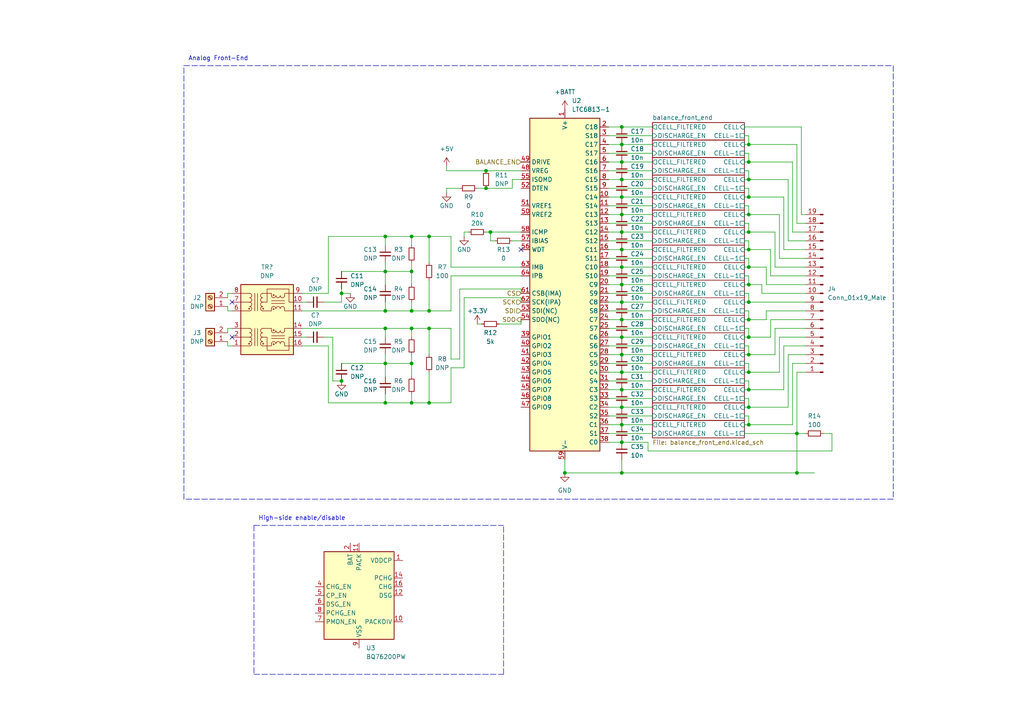
<source format=kicad_sch>
(kicad_sch (version 20211123) (generator eeschema)
  (paper "A4")
  (lib_symbols
    (symbol "Battery_Management:BQ76200PW"
      (property "Reference" "U" (at -8.89 13.97 0))
      (property "Value" "BQ76200PW" (at 7.62 13.97 0))
      (symbol "BQ76200PW_1_1"
        (pin output line (at 12.7 10.16 180) (length 2.54) (name "VDDCP") (number "1"))
        (pin output line (at 12.7 -7.62 180) (length 2.54) (name "PACKDIV") (number "10"))
        (pin power_in line (at 0 15.24 270) (length 2.54) (name "PACK") (number "11"))
        (pin output line (at 12.7 0 180) (length 2.54) (name "DSG") (number "12"))
        (pin no_connect line (at -10.16 7.62 0) (length 2.54) hide (name "NC") (number "13"))
        (pin output line (at 12.7 5.08 180) (length 2.54) (name "PCHG") (number "14"))
        (pin no_connect line (at -10.16 5.08 0) (length 2.54) hide (name "NC") (number "15"))
        (pin output line (at 12.7 2.54 180) (length 2.54) (name "CHG") (number "16"))
        (pin power_in line (at -2.54 15.24 270) (length 2.54) (name "BAT") (number "2"))
        (pin no_connect line (at -10.16 10.16 0) (length 2.54) hide (name "NC") (number "3"))
        (pin input line (at -12.7 2.54 0) (length 2.54) (name "CHG_EN") (number "4"))
        (pin input line (at -12.7 0 0) (length 2.54) (name "CP_EN") (number "5"))
        (pin input line (at -12.7 -2.54 0) (length 2.54) (name "DSG_EN") (number "6"))
        (pin input line (at -12.7 -7.62 0) (length 2.54) (name "PMON_EN") (number "7"))
        (pin input line (at -12.7 -5.08 0) (length 2.54) (name "PCHG_EN") (number "8"))
        (pin power_in line (at 0 -15.24 90) (length 2.54) (name "VSS") (number "9"))
      )
    )
    (symbol "Connector:Conn_01x19_Male" (pin_names (offset 1.016) hide)
      (property "Reference" "J" (at 0 25.4 0))
      (property "Value" "Conn_01x19_Male" (at 0 -25.4 0))
      (symbol "Conn_01x19_Male_1_1"
        (pin passive line (at 5.08 22.86 180) (length 3.81) (name "Pin_1") (number "1"))
        (pin passive line (at 5.08 0 180) (length 3.81) (name "Pin_10") (number "10"))
        (pin passive line (at 5.08 -2.54 180) (length 3.81) (name "Pin_11") (number "11"))
        (pin passive line (at 5.08 -5.08 180) (length 3.81) (name "Pin_12") (number "12"))
        (pin passive line (at 5.08 -7.62 180) (length 3.81) (name "Pin_13") (number "13"))
        (pin passive line (at 5.08 -10.16 180) (length 3.81) (name "Pin_14") (number "14"))
        (pin passive line (at 5.08 -12.7 180) (length 3.81) (name "Pin_15") (number "15"))
        (pin passive line (at 5.08 -15.24 180) (length 3.81) (name "Pin_16") (number "16"))
        (pin passive line (at 5.08 -17.78 180) (length 3.81) (name "Pin_17") (number "17"))
        (pin passive line (at 5.08 -20.32 180) (length 3.81) (name "Pin_18") (number "18"))
        (pin passive line (at 5.08 -22.86 180) (length 3.81) (name "Pin_19") (number "19"))
        (pin passive line (at 5.08 20.32 180) (length 3.81) (name "Pin_2") (number "2"))
        (pin passive line (at 5.08 17.78 180) (length 3.81) (name "Pin_3") (number "3"))
        (pin passive line (at 5.08 15.24 180) (length 3.81) (name "Pin_4") (number "4"))
        (pin passive line (at 5.08 12.7 180) (length 3.81) (name "Pin_5") (number "5"))
        (pin passive line (at 5.08 10.16 180) (length 3.81) (name "Pin_6") (number "6"))
        (pin passive line (at 5.08 7.62 180) (length 3.81) (name "Pin_7") (number "7"))
        (pin passive line (at 5.08 5.08 180) (length 3.81) (name "Pin_8") (number "8"))
        (pin passive line (at 5.08 2.54 180) (length 3.81) (name "Pin_9") (number "9"))
      )
    )
    (symbol "Connector:Screw_Terminal_01x02" (pin_names (offset 1.016) hide)
      (property "Reference" "J" (at 0 2.54 0))
      (property "Value" "Screw_Terminal_01x02" (at 0 -5.08 0))
      (symbol "Screw_Terminal_01x02_1_1"
        (pin passive line (at -5.08 0 0) (length 3.81) (name "Pin_1") (number "1"))
        (pin passive line (at -5.08 -2.54 0) (length 3.81) (name "Pin_2") (number "2"))
      )
    )
    (symbol "Device:C_Small" (pin_numbers hide) (pin_names (offset 0.254) hide)
      (property "Reference" "C" (at 0.254 1.778 0))
      (property "Value" "C_Small" (at 0.254 -2.032 0))
      (symbol "C_Small_1_1"
        (pin passive line (at 0 2.54 270) (length 2.032) (name "~") (number "1"))
        (pin passive line (at 0 -2.54 90) (length 2.032) (name "~") (number "2"))
      )
    )
    (symbol "Device:R_Small" (pin_numbers hide) (pin_names (offset 0.254) hide)
      (property "Reference" "R" (at 0.762 0.508 0))
      (property "Value" "R_Small" (at 0.762 -1.016 0))
      (symbol "R_Small_1_1"
        (pin passive line (at 0 2.54 270) (length 0.762) (name "~") (number "1"))
        (pin passive line (at 0 -2.54 90) (length 0.762) (name "~") (number "2"))
      )
    )
    (symbol "power:+3.3V" (power) (pin_names (offset 0))
      (property "Value" "+3.3V" (at 0 3.556 0))
      (symbol "+3.3V_1_1"
        (pin power_in line (at 0 0 90) (length 0) hide (name "+3.3V") (number "1"))
      )
    )
    (symbol "power:+5V" (power) (pin_names (offset 0))
      (property "Value" "+5V" (at 0 3.556 0))
      (symbol "+5V_1_1"
        (pin power_in line (at 0 0 90) (length 0) hide (name "+5V") (number "1"))
      )
    )
    (symbol "power:+BATT" (power) (pin_names (offset 0))
      (property "Value" "+BATT" (at 0 3.556 0))
      (symbol "+BATT_1_1"
        (pin power_in line (at 0 0 90) (length 0) hide (name "+BATT") (number "1"))
      )
    )
    (symbol "power:GND" (power) (pin_names (offset 0))
      (property "Value" "GND" (at 0 -3.81 0))
      (symbol "GND_1_1"
        (pin power_in line (at 0 0 270) (length 0) hide (name "GND") (number "1"))
      )
    )
    (symbol "vesc-bms:HM2102NLT" (pin_names hide)
      (property "Reference" "TR" (at 0 10.795 0))
      (property "Value" "HM2102NLT" (at 0 -10.795 0))
      (symbol "HM2102NLT_1_1"
        (pin passive line (at -10.16 -7.62 0) (length 2.54) (name "TD+") (number "1"))
        (pin passive line (at 10.16 5.08 180) (length 2.54) (name "C_RX") (number "10"))
        (pin passive line (at 10.16 2.54 180) (length 2.54) (name "RX+") (number "11"))
        (pin passive line (at 10.16 -2.54 180) (length 2.54) (name "TX-") (number "14"))
        (pin passive line (at 10.16 -5.08 180) (length 2.54) (name "C_TX") (number "15"))
        (pin passive line (at 10.16 -7.62 180) (length 2.54) (name "TX+") (number "16"))
        (pin passive line (at -10.16 -5.08 0) (length 2.54) (name "C_TD") (number "2"))
        (pin passive line (at -10.16 -2.54 0) (length 2.54) (name "TD-") (number "3"))
        (pin passive line (at -10.16 2.54 0) (length 2.54) (name "RD+") (number "6"))
        (pin passive line (at -10.16 5.08 0) (length 2.54) (name "C_RD") (number "7"))
        (pin passive line (at -10.16 7.62 0) (length 2.54) (name "RD-") (number "8"))
        (pin passive line (at 10.16 7.62 180) (length 2.54) (name "RX-") (number "9"))
      )
    )
    (symbol "vesc-bms:LTC6813-1"
      (property "Reference" "U" (at 0 15.24 0))
      (property "Value" "LTC6813-1" (at 0 15.24 0))
      (symbol "LTC6813-1_1_1"
        (pin power_in line (at 0 50.8 270) (length 2.54) (name "V+") (number "1"))
        (pin input line (at 12.7 25.4 180) (length 2.54) (name "C14") (number "10"))
        (pin bidirectional line (at 12.7 22.86 180) (length 2.54) (name "S14") (number "11"))
        (pin input line (at 12.7 20.32 180) (length 2.54) (name "C13") (number "12"))
        (pin bidirectional line (at 12.7 17.78 180) (length 2.54) (name "S13") (number "13"))
        (pin input line (at 12.7 15.24 180) (length 2.54) (name "C12") (number "14"))
        (pin bidirectional line (at 12.7 12.7 180) (length 2.54) (name "S12") (number "15"))
        (pin input line (at 12.7 10.16 180) (length 2.54) (name "C11") (number "16"))
        (pin bidirectional line (at 12.7 7.62 180) (length 2.54) (name "S11") (number "17"))
        (pin input line (at 12.7 5.08 180) (length 2.54) (name "C10") (number "18"))
        (pin bidirectional line (at 12.7 2.54 180) (length 2.54) (name "S10") (number "19"))
        (pin input line (at 12.7 45.72 180) (length 2.54) (name "C18") (number "2"))
        (pin input line (at 12.7 0 180) (length 2.54) (name "C9") (number "20"))
        (pin bidirectional line (at 12.7 -2.54 180) (length 2.54) (name "S9") (number "21"))
        (pin input line (at 12.7 -5.08 180) (length 2.54) (name "C8") (number "22"))
        (pin bidirectional line (at 12.7 -7.62 180) (length 2.54) (name "S8") (number "23"))
        (pin input line (at 12.7 -10.16 180) (length 2.54) (name "C7") (number "24"))
        (pin bidirectional line (at 12.7 -12.7 180) (length 2.54) (name "S7") (number "25"))
        (pin input line (at 12.7 -15.24 180) (length 2.54) (name "C6") (number "26"))
        (pin bidirectional line (at 12.7 -17.78 180) (length 2.54) (name "S6") (number "27"))
        (pin input line (at 12.7 -20.32 180) (length 2.54) (name "C5") (number "28"))
        (pin bidirectional line (at 12.7 -22.86 180) (length 2.54) (name "S5") (number "29"))
        (pin bidirectional line (at 12.7 43.18 180) (length 2.54) (name "S18") (number "3"))
        (pin input line (at 12.7 -25.4 180) (length 2.54) (name "C4") (number "30"))
        (pin bidirectional line (at 12.7 -27.94 180) (length 2.54) (name "S4") (number "31"))
        (pin input line (at 12.7 -30.48 180) (length 2.54) (name "C3") (number "32"))
        (pin bidirectional line (at 12.7 -33.02 180) (length 2.54) (name "S3") (number "33"))
        (pin input line (at 12.7 -35.56 180) (length 2.54) (name "C2") (number "34"))
        (pin bidirectional line (at 12.7 -38.1 180) (length 2.54) (name "S2") (number "35"))
        (pin input line (at 12.7 -40.64 180) (length 2.54) (name "C1") (number "36"))
        (pin bidirectional line (at 12.7 -43.18 180) (length 2.54) (name "S1") (number "37"))
        (pin input line (at 12.7 -45.72 180) (length 2.54) (name "C0") (number "38"))
        (pin bidirectional line (at -12.7 -15.24 0) (length 2.54) (name "GPIO1") (number "39"))
        (pin input line (at 12.7 40.64 180) (length 2.54) (name "C17") (number "4"))
        (pin bidirectional line (at -12.7 -17.78 0) (length 2.54) (name "GPIO2") (number "40"))
        (pin bidirectional line (at -12.7 -20.32 0) (length 2.54) (name "GPIO3") (number "41"))
        (pin bidirectional line (at -12.7 -22.86 0) (length 2.54) (name "GPIO4") (number "42"))
        (pin bidirectional line (at -12.7 -25.4 0) (length 2.54) (name "GPIO5") (number "43"))
        (pin bidirectional line (at -12.7 -27.94 0) (length 2.54) (name "GPIO6") (number "44"))
        (pin bidirectional line (at -12.7 -30.48 0) (length 2.54) (name "GPIO7") (number "45"))
        (pin bidirectional line (at -12.7 -33.02 0) (length 2.54) (name "GPIO8") (number "46"))
        (pin bidirectional line (at -12.7 -35.56 0) (length 2.54) (name "GPIO9") (number "47"))
        (pin input line (at -12.7 33.02 0) (length 2.54) (name "VREG") (number "48"))
        (pin output line (at -12.7 35.56 0) (length 2.54) (name "DRIVE") (number "49"))
        (pin bidirectional line (at 12.7 38.1 180) (length 2.54) (name "S17") (number "5"))
        (pin output line (at -12.7 20.32 0) (length 2.54) (name "VREF2") (number "50"))
        (pin output line (at -12.7 22.86 0) (length 2.54) (name "VREF1") (number "51"))
        (pin input line (at -12.7 27.94 0) (length 2.54) (name "DTEN") (number "52"))
        (pin input line (at -12.7 -7.62 0) (length 2.54) (name "SDI(NC)") (number "53"))
        (pin open_collector line (at -12.7 -10.16 0) (length 2.54) (name "SDO(NC)") (number "54"))
        (pin input line (at -12.7 30.48 0) (length 2.54) (name "ISOMD") (number "55"))
        (pin output line (at -12.7 10.16 0) (length 2.54) (name "WDT") (number "56"))
        (pin passive line (at -12.7 12.7 0) (length 2.54) (name "IBIAS") (number "57"))
        (pin passive line (at -12.7 15.24 0) (length 2.54) (name "ICMP") (number "58"))
        (pin passive line (at 0 -50.8 90) (length 2.54) (name "V-") (number "59"))
        (pin input line (at 12.7 35.56 180) (length 2.54) (name "C16") (number "6"))
        (pin passive line (at 0 -50.8 90) (length 2.54) hide (name "V-") (number "60"))
        (pin bidirectional line (at -12.7 -2.54 0) (length 2.54) (name "CSB(IMA)") (number "61"))
        (pin bidirectional line (at -12.7 -5.08 0) (length 2.54) (name "SCK(IPA)") (number "62"))
        (pin bidirectional line (at -12.7 5.08 0) (length 2.54) (name "IMB") (number "63"))
        (pin bidirectional line (at -12.7 2.54 0) (length 2.54) (name "IPB") (number "64"))
        (pin bidirectional line (at 12.7 33.02 180) (length 2.54) (name "S16") (number "7"))
        (pin input line (at 12.7 30.48 180) (length 2.54) (name "C15") (number "8"))
        (pin bidirectional line (at 12.7 27.94 180) (length 2.54) (name "S15") (number "9"))
      )
    )
  )
  (junction (at 124.46 90.17))
  (junction (at 180.34 41.91))
  (junction (at 111.76 90.17))
  (junction (at 180.34 36.83))
  (junction (at 124.46 116.84))
  (junction (at 180.34 46.99))
  (junction (at 111.76 116.84))
  (junction (at 180.34 113.03))
  (junction (at 231.14 125.73))
  (junction (at 99.06 110.49))
  (junction (at 180.34 102.87))
  (junction (at 217.17 57.15))
  (junction (at 180.34 92.71))
  (junction (at 180.34 118.11))
  (junction (at 119.38 68.58))
  (junction (at 140.97 49.53))
  (junction (at 217.17 77.47))
  (junction (at 180.34 97.79))
  (junction (at 180.34 77.47))
  (junction (at 119.38 95.25))
  (junction (at 217.17 97.79))
  (junction (at 217.17 62.23))
  (junction (at 217.17 107.95))
  (junction (at 140.97 54.61))
  (junction (at 119.38 116.84))
  (junction (at 217.17 87.63))
  (junction (at 119.38 78.74))
  (junction (at 180.34 82.55))
  (junction (at 124.46 95.25))
  (junction (at 124.46 68.58))
  (junction (at 217.17 72.39))
  (junction (at 217.17 67.31))
  (junction (at 180.34 67.31))
  (junction (at 231.14 137.16))
  (junction (at 180.34 107.95))
  (junction (at 217.17 52.07))
  (junction (at 111.76 95.25))
  (junction (at 217.17 123.19))
  (junction (at 180.34 72.39))
  (junction (at 119.38 90.17))
  (junction (at 217.17 92.71))
  (junction (at 217.17 41.91))
  (junction (at 111.76 78.74))
  (junction (at 217.17 102.87))
  (junction (at 180.34 128.27))
  (junction (at 119.38 105.41))
  (junction (at 111.76 68.58))
  (junction (at 142.24 67.31))
  (junction (at 163.83 137.16))
  (junction (at 180.34 123.19))
  (junction (at 217.17 46.99))
  (junction (at 99.06 85.09))
  (junction (at 217.17 82.55))
  (junction (at 180.34 137.16))
  (junction (at 111.76 105.41))
  (junction (at 217.17 118.11))
  (junction (at 217.17 113.03))
  (junction (at 180.34 52.07))
  (junction (at 180.34 57.15))
  (junction (at 180.34 87.63))
  (junction (at 180.34 62.23))
  (no_connect (at 151.13 72.39))
  (no_connect (at 67.31 87.63))
  (no_connect (at 67.31 97.79))
  (wire (pts (xy 224.79 67.31) (xy 224.79 77.47)))
  (wire (pts (xy 228.6 102.87) (xy 233.68 102.87)))
  (wire (pts (xy 176.53 54.61) (xy 189.23 54.61)))
  (wire (pts (xy 124.46 90.17) (xy 130.81 90.17)))
  (wire (pts (xy 142.24 69.85) (xy 143.51 69.85)))
  (wire (pts (xy 215.9 41.91) (xy 217.17 41.91)))
  (wire (pts (xy 217.17 44.45) (xy 217.17 46.99)))
  (wire (pts (xy 66.04 95.25) (xy 67.31 95.25)))
  (wire (pts (xy 124.46 68.58) (xy 130.81 68.58)))
  (wire (pts (xy 215.9 36.83) (xy 232.41 36.83)))
  (wire (pts (xy 217.17 52.07) (xy 215.9 52.07)))
  (polyline (pts (xy 73.66 195.58) (xy 146.05 195.58)))
  (wire (pts (xy 111.76 105.41) (xy 119.38 105.41)))
  (wire (pts (xy 96.52 110.49) (xy 99.06 110.49)))
  (wire (pts (xy 99.06 78.74) (xy 111.76 78.74)))
  (wire (pts (xy 119.38 76.2) (xy 119.38 78.74)))
  (wire (pts (xy 148.59 52.07) (xy 151.13 52.07)))
  (polyline (pts (xy 53.34 144.78) (xy 53.34 19.05)))
  (wire (pts (xy 176.53 36.83) (xy 180.34 36.83)))
  (wire (pts (xy 99.06 85.09) (xy 99.06 87.63)))
  (wire (pts (xy 187.96 130.81) (xy 187.96 128.27)))
  (wire (pts (xy 215.9 74.93) (xy 217.17 74.93)))
  (wire (pts (xy 229.87 123.19) (xy 229.87 105.41)))
  (wire (pts (xy 66.04 86.36) (xy 66.04 85.09)))
  (wire (pts (xy 95.25 68.58) (xy 111.76 68.58)))
  (wire (pts (xy 180.34 57.15) (xy 189.23 57.15)))
  (wire (pts (xy 217.17 113.03) (xy 215.9 113.03)))
  (wire (pts (xy 224.79 77.47) (xy 233.68 77.47)))
  (wire (pts (xy 130.81 77.47) (xy 151.13 77.47)))
  (wire (pts (xy 180.34 67.31) (xy 189.23 67.31)))
  (wire (pts (xy 217.17 57.15) (xy 227.33 57.15)))
  (wire (pts (xy 180.34 113.03) (xy 189.23 113.03)))
  (wire (pts (xy 111.76 68.58) (xy 119.38 68.58)))
  (wire (pts (xy 215.9 39.37) (xy 217.17 39.37)))
  (wire (pts (xy 217.17 67.31) (xy 215.9 67.31)))
  (wire (pts (xy 227.33 113.03) (xy 227.33 100.33)))
  (wire (pts (xy 217.17 82.55) (xy 220.98 82.55)))
  (wire (pts (xy 176.53 82.55) (xy 180.34 82.55)))
  (wire (pts (xy 119.38 87.63) (xy 119.38 90.17)))
  (wire (pts (xy 241.3 125.73) (xy 241.3 130.81)))
  (wire (pts (xy 93.98 87.63) (xy 99.06 87.63)))
  (wire (pts (xy 176.53 120.65) (xy 189.23 120.65)))
  (wire (pts (xy 176.53 107.95) (xy 180.34 107.95)))
  (wire (pts (xy 180.34 97.79) (xy 189.23 97.79)))
  (wire (pts (xy 148.59 54.61) (xy 148.59 52.07)))
  (wire (pts (xy 231.14 137.16) (xy 180.34 137.16)))
  (wire (pts (xy 176.53 80.01) (xy 189.23 80.01)))
  (wire (pts (xy 151.13 80.01) (xy 130.81 80.01)))
  (wire (pts (xy 140.97 49.53) (xy 151.13 49.53)))
  (wire (pts (xy 87.63 95.25) (xy 111.76 95.25)))
  (wire (pts (xy 124.46 116.84) (xy 130.81 116.84)))
  (wire (pts (xy 176.53 128.27) (xy 180.34 128.27)))
  (wire (pts (xy 119.38 116.84) (xy 124.46 116.84)))
  (wire (pts (xy 217.17 77.47) (xy 222.25 77.47)))
  (wire (pts (xy 215.9 110.49) (xy 217.17 110.49)))
  (wire (pts (xy 217.17 97.79) (xy 215.9 97.79)))
  (wire (pts (xy 176.53 41.91) (xy 180.34 41.91)))
  (wire (pts (xy 217.17 39.37) (xy 217.17 41.91)))
  (wire (pts (xy 180.34 82.55) (xy 189.23 82.55)))
  (wire (pts (xy 226.06 107.95) (xy 226.06 97.79)))
  (polyline (pts (xy 53.34 19.05) (xy 259.08 19.05)))
  (wire (pts (xy 217.17 115.57) (xy 217.17 118.11)))
  (wire (pts (xy 119.38 90.17) (xy 124.46 90.17)))
  (wire (pts (xy 226.06 97.79) (xy 233.68 97.79)))
  (wire (pts (xy 217.17 123.19) (xy 229.87 123.19)))
  (wire (pts (xy 176.53 46.99) (xy 180.34 46.99)))
  (wire (pts (xy 87.63 87.63) (xy 88.9 87.63)))
  (wire (pts (xy 151.13 92.71) (xy 151.13 93.98)))
  (wire (pts (xy 111.76 114.3) (xy 111.76 116.84)))
  (wire (pts (xy 111.76 95.25) (xy 119.38 95.25)))
  (wire (pts (xy 124.46 107.95) (xy 124.46 116.84)))
  (wire (pts (xy 217.17 87.63) (xy 233.68 87.63)))
  (wire (pts (xy 187.96 130.81) (xy 241.3 130.81)))
  (wire (pts (xy 217.17 52.07) (xy 228.6 52.07)))
  (wire (pts (xy 215.9 102.87) (xy 217.17 102.87)))
  (wire (pts (xy 217.17 85.09) (xy 217.17 87.63)))
  (wire (pts (xy 119.38 102.87) (xy 119.38 105.41)))
  (wire (pts (xy 217.17 72.39) (xy 223.52 72.39)))
  (wire (pts (xy 130.81 106.68) (xy 134.62 106.68)))
  (wire (pts (xy 180.34 92.71) (xy 189.23 92.71)))
  (wire (pts (xy 176.53 72.39) (xy 180.34 72.39)))
  (wire (pts (xy 217.17 62.23) (xy 215.9 62.23)))
  (wire (pts (xy 176.53 49.53) (xy 189.23 49.53)))
  (wire (pts (xy 215.9 120.65) (xy 217.17 120.65)))
  (wire (pts (xy 176.53 62.23) (xy 180.34 62.23)))
  (wire (pts (xy 138.43 93.98) (xy 139.7 93.98)))
  (wire (pts (xy 217.17 67.31) (xy 224.79 67.31)))
  (wire (pts (xy 238.76 125.73) (xy 241.3 125.73)))
  (wire (pts (xy 217.17 46.99) (xy 229.87 46.99)))
  (wire (pts (xy 229.87 105.41) (xy 233.68 105.41)))
  (wire (pts (xy 217.17 123.19) (xy 215.9 123.19)))
  (polyline (pts (xy 259.08 19.05) (xy 259.08 144.78)))
  (wire (pts (xy 67.31 100.33) (xy 66.04 100.33)))
  (wire (pts (xy 134.62 67.31) (xy 135.89 67.31)))
  (wire (pts (xy 124.46 95.25) (xy 130.81 95.25)))
  (wire (pts (xy 93.98 97.79) (xy 96.52 97.79)))
  (wire (pts (xy 215.9 49.53) (xy 217.17 49.53)))
  (wire (pts (xy 217.17 41.91) (xy 231.14 41.91)))
  (wire (pts (xy 215.9 115.57) (xy 217.17 115.57)))
  (wire (pts (xy 180.34 133.35) (xy 180.34 137.16)))
  (wire (pts (xy 151.13 86.36) (xy 134.62 86.36)))
  (wire (pts (xy 134.62 86.36) (xy 134.62 106.68)))
  (wire (pts (xy 133.35 83.82) (xy 151.13 83.82)))
  (wire (pts (xy 215.9 90.17) (xy 217.17 90.17)))
  (wire (pts (xy 176.53 69.85) (xy 189.23 69.85)))
  (wire (pts (xy 180.34 62.23) (xy 189.23 62.23)))
  (polyline (pts (xy 73.66 152.4) (xy 73.66 195.58)))
  (wire (pts (xy 231.14 64.77) (xy 233.68 64.77)))
  (wire (pts (xy 215.9 105.41) (xy 217.17 105.41)))
  (wire (pts (xy 217.17 90.17) (xy 217.17 92.71)))
  (wire (pts (xy 176.53 67.31) (xy 180.34 67.31)))
  (wire (pts (xy 180.34 102.87) (xy 189.23 102.87)))
  (polyline (pts (xy 259.08 144.78) (xy 53.34 144.78)))
  (wire (pts (xy 224.79 95.25) (xy 233.68 95.25)))
  (wire (pts (xy 66.04 90.17) (xy 67.31 90.17)))
  (wire (pts (xy 87.63 90.17) (xy 111.76 90.17)))
  (wire (pts (xy 228.6 118.11) (xy 228.6 102.87)))
  (wire (pts (xy 236.22 137.16) (xy 231.14 137.16)))
  (wire (pts (xy 226.06 74.93) (xy 233.68 74.93)))
  (wire (pts (xy 217.17 77.47) (xy 215.9 77.47)))
  (wire (pts (xy 119.38 114.3) (xy 119.38 116.84)))
  (wire (pts (xy 217.17 92.71) (xy 215.9 92.71)))
  (wire (pts (xy 99.06 83.82) (xy 99.06 85.09)))
  (wire (pts (xy 87.63 97.79) (xy 88.9 97.79)))
  (wire (pts (xy 176.53 95.25) (xy 189.23 95.25)))
  (wire (pts (xy 119.38 68.58) (xy 124.46 68.58)))
  (wire (pts (xy 129.54 49.53) (xy 140.97 49.53)))
  (wire (pts (xy 217.17 120.65) (xy 217.17 123.19)))
  (wire (pts (xy 111.76 87.63) (xy 111.76 90.17)))
  (wire (pts (xy 180.34 77.47) (xy 189.23 77.47)))
  (wire (pts (xy 233.68 107.95) (xy 231.14 107.95)))
  (wire (pts (xy 142.24 69.85) (xy 142.24 67.31)))
  (wire (pts (xy 215.9 100.33) (xy 217.17 100.33)))
  (wire (pts (xy 140.97 54.61) (xy 148.59 54.61)))
  (wire (pts (xy 226.06 62.23) (xy 226.06 74.93)))
  (wire (pts (xy 215.9 54.61) (xy 217.17 54.61)))
  (wire (pts (xy 142.24 67.31) (xy 151.13 67.31)))
  (wire (pts (xy 180.34 107.95) (xy 189.23 107.95)))
  (wire (pts (xy 111.76 68.58) (xy 111.76 71.12)))
  (wire (pts (xy 180.34 123.19) (xy 189.23 123.19)))
  (wire (pts (xy 227.33 100.33) (xy 233.68 100.33)))
  (wire (pts (xy 215.9 69.85) (xy 217.17 69.85)))
  (wire (pts (xy 223.52 80.01) (xy 233.68 80.01)))
  (wire (pts (xy 140.97 67.31) (xy 142.24 67.31)))
  (wire (pts (xy 99.06 85.09) (xy 101.6 85.09)))
  (wire (pts (xy 176.53 100.33) (xy 189.23 100.33)))
  (wire (pts (xy 217.17 62.23) (xy 226.06 62.23)))
  (wire (pts (xy 99.06 105.41) (xy 111.76 105.41)))
  (wire (pts (xy 180.34 118.11) (xy 189.23 118.11)))
  (wire (pts (xy 144.78 93.98) (xy 151.13 93.98)))
  (wire (pts (xy 66.04 100.33) (xy 66.04 99.06)))
  (wire (pts (xy 180.34 52.07) (xy 189.23 52.07)))
  (wire (pts (xy 129.54 48.26) (xy 129.54 49.53)))
  (wire (pts (xy 217.17 95.25) (xy 217.17 97.79)))
  (wire (pts (xy 151.13 86.36) (xy 151.13 87.63)))
  (wire (pts (xy 124.46 76.2) (xy 124.46 68.58)))
  (wire (pts (xy 217.17 87.63) (xy 215.9 87.63)))
  (wire (pts (xy 217.17 49.53) (xy 217.17 52.07)))
  (wire (pts (xy 163.83 137.16) (xy 163.83 133.35)))
  (wire (pts (xy 217.17 64.77) (xy 217.17 67.31)))
  (wire (pts (xy 220.98 85.09) (xy 233.68 85.09)))
  (wire (pts (xy 180.34 46.99) (xy 189.23 46.99)))
  (wire (pts (xy 130.81 104.14) (xy 133.35 104.14)))
  (wire (pts (xy 217.17 57.15) (xy 215.9 57.15)))
  (wire (pts (xy 95.25 100.33) (xy 87.63 100.33)))
  (wire (pts (xy 176.53 92.71) (xy 180.34 92.71)))
  (wire (pts (xy 176.53 90.17) (xy 189.23 90.17)))
  (wire (pts (xy 217.17 118.11) (xy 215.9 118.11)))
  (wire (pts (xy 215.9 95.25) (xy 217.17 95.25)))
  (wire (pts (xy 130.81 80.01) (xy 130.81 90.17)))
  (wire (pts (xy 217.17 74.93) (xy 217.17 77.47)))
  (wire (pts (xy 231.14 125.73) (xy 233.68 125.73)))
  (wire (pts (xy 180.34 137.16) (xy 163.83 137.16)))
  (wire (pts (xy 119.38 78.74) (xy 119.38 82.55)))
  (polyline (pts (xy 73.66 152.4) (xy 146.05 152.4)))
  (wire (pts (xy 134.62 67.31) (xy 134.62 68.58)))
  (wire (pts (xy 176.53 97.79) (xy 180.34 97.79)))
  (wire (pts (xy 176.53 52.07) (xy 180.34 52.07)))
  (wire (pts (xy 111.76 116.84) (xy 119.38 116.84)))
  (wire (pts (xy 187.96 128.27) (xy 180.34 128.27)))
  (wire (pts (xy 217.17 80.01) (xy 217.17 82.55)))
  (wire (pts (xy 229.87 46.99) (xy 229.87 67.31)))
  (wire (pts (xy 176.53 77.47) (xy 180.34 77.47)))
  (wire (pts (xy 229.87 67.31) (xy 233.68 67.31)))
  (wire (pts (xy 119.38 95.25) (xy 124.46 95.25)))
  (wire (pts (xy 111.76 105.41) (xy 111.76 109.22)))
  (wire (pts (xy 233.68 62.23) (xy 232.41 62.23)))
  (wire (pts (xy 66.04 88.9) (xy 66.04 90.17)))
  (wire (pts (xy 217.17 113.03) (xy 227.33 113.03)))
  (wire (pts (xy 130.81 106.68) (xy 130.81 116.84)))
  (wire (pts (xy 217.17 107.95) (xy 226.06 107.95)))
  (wire (pts (xy 95.25 68.58) (xy 95.25 85.09)))
  (wire (pts (xy 95.25 85.09) (xy 87.63 85.09)))
  (wire (pts (xy 231.14 107.95) (xy 231.14 125.73)))
  (wire (pts (xy 176.53 39.37) (xy 189.23 39.37)))
  (wire (pts (xy 124.46 81.28) (xy 124.46 90.17)))
  (wire (pts (xy 176.53 102.87) (xy 180.34 102.87)))
  (wire (pts (xy 223.52 92.71) (xy 233.68 92.71)))
  (wire (pts (xy 66.04 85.09) (xy 67.31 85.09)))
  (wire (pts (xy 223.52 97.79) (xy 223.52 92.71)))
  (wire (pts (xy 111.76 78.74) (xy 119.38 78.74)))
  (wire (pts (xy 227.33 57.15) (xy 227.33 72.39)))
  (wire (pts (xy 180.34 36.83) (xy 189.23 36.83)))
  (wire (pts (xy 176.53 125.73) (xy 189.23 125.73)))
  (wire (pts (xy 220.98 82.55) (xy 220.98 85.09)))
  (polyline (pts (xy 146.05 195.58) (xy 146.05 152.4)))
  (wire (pts (xy 180.34 72.39) (xy 189.23 72.39)))
  (wire (pts (xy 215.9 64.77) (xy 217.17 64.77)))
  (wire (pts (xy 217.17 82.55) (xy 215.9 82.55)))
  (wire (pts (xy 176.53 64.77) (xy 189.23 64.77)))
  (wire (pts (xy 231.14 125.73) (xy 231.14 137.16)))
  (wire (pts (xy 227.33 72.39) (xy 233.68 72.39)))
  (wire (pts (xy 119.38 105.41) (xy 119.38 109.22)))
  (wire (pts (xy 217.17 105.41) (xy 217.17 107.95)))
  (wire (pts (xy 223.52 72.39) (xy 223.52 80.01)))
  (wire (pts (xy 176.53 44.45) (xy 189.23 44.45)))
  (wire (pts (xy 217.17 118.11) (xy 228.6 118.11)))
  (wire (pts (xy 176.53 115.57) (xy 189.23 115.57)))
  (wire (pts (xy 111.76 76.2) (xy 111.76 78.74)))
  (wire (pts (xy 176.53 105.41) (xy 189.23 105.41)))
  (wire (pts (xy 124.46 102.87) (xy 124.46 95.25)))
  (wire (pts (xy 111.76 102.87) (xy 111.76 105.41)))
  (wire (pts (xy 217.17 102.87) (xy 224.79 102.87)))
  (wire (pts (xy 176.53 123.19) (xy 180.34 123.19)))
  (wire (pts (xy 151.13 83.82) (xy 151.13 85.09)))
  (wire (pts (xy 151.13 69.85) (xy 148.59 69.85)))
  (wire (pts (xy 176.53 57.15) (xy 180.34 57.15)))
  (wire (pts (xy 66.04 96.52) (xy 66.04 95.25)))
  (wire (pts (xy 232.41 36.83) (xy 232.41 62.23)))
  (wire (pts (xy 224.79 102.87) (xy 224.79 95.25)))
  (wire (pts (xy 217.17 46.99) (xy 215.9 46.99)))
  (wire (pts (xy 217.17 69.85) (xy 217.17 72.39)))
  (wire (pts (xy 217.17 110.49) (xy 217.17 113.03)))
  (wire (pts (xy 215.9 44.45) (xy 217.17 44.45)))
  (wire (pts (xy 217.17 107.95) (xy 215.9 107.95)))
  (wire (pts (xy 176.53 110.49) (xy 189.23 110.49)))
  (wire (pts (xy 111.76 90.17) (xy 119.38 90.17)))
  (wire (pts (xy 222.25 82.55) (xy 233.68 82.55)))
  (wire (pts (xy 217.17 97.79) (xy 223.52 97.79)))
  (wire (pts (xy 119.38 68.58) (xy 119.38 71.12)))
  (wire (pts (xy 222.25 77.47) (xy 222.25 82.55)))
  (wire (pts (xy 176.53 87.63) (xy 180.34 87.63)))
  (wire (pts (xy 176.53 59.69) (xy 189.23 59.69)))
  (wire (pts (xy 129.54 54.61) (xy 133.35 54.61)))
  (wire (pts (xy 130.81 68.58) (xy 130.81 77.47)))
  (wire (pts (xy 217.17 92.71) (xy 222.25 92.71)))
  (wire (pts (xy 215.9 59.69) (xy 217.17 59.69)))
  (wire (pts (xy 228.6 52.07) (xy 228.6 69.85)))
  (wire (pts (xy 119.38 95.25) (xy 119.38 97.79)))
  (wire (pts (xy 138.43 54.61) (xy 140.97 54.61)))
  (wire (pts (xy 215.9 80.01) (xy 217.17 80.01)))
  (wire (pts (xy 222.25 90.17) (xy 233.68 90.17)))
  (wire (pts (xy 129.54 55.88) (xy 129.54 54.61)))
  (wire (pts (xy 215.9 125.73) (xy 231.14 125.73)))
  (wire (pts (xy 130.81 95.25) (xy 130.81 104.14)))
  (wire (pts (xy 176.53 85.09) (xy 189.23 85.09)))
  (wire (pts (xy 180.34 41.91) (xy 189.23 41.91)))
  (wire (pts (xy 180.34 87.63) (xy 189.23 87.63)))
  (wire (pts (xy 176.53 118.11) (xy 180.34 118.11)))
  (wire (pts (xy 133.35 83.82) (xy 133.35 104.14)))
  (wire (pts (xy 231.14 41.91) (xy 231.14 64.77)))
  (wire (pts (xy 95.25 116.84) (xy 111.76 116.84)))
  (wire (pts (xy 111.76 95.25) (xy 111.76 97.79)))
  (wire (pts (xy 217.17 72.39) (xy 215.9 72.39)))
  (wire (pts (xy 217.17 100.33) (xy 217.17 102.87)))
  (wire (pts (xy 217.17 54.61) (xy 217.17 57.15)))
  (wire (pts (xy 176.53 74.93) (xy 189.23 74.93)))
  (wire (pts (xy 111.76 78.74) (xy 111.76 82.55)))
  (wire (pts (xy 217.17 59.69) (xy 217.17 62.23)))
  (wire (pts (xy 95.25 100.33) (xy 95.25 116.84)))
  (wire (pts (xy 228.6 69.85) (xy 233.68 69.85)))
  (wire (pts (xy 215.9 85.09) (xy 217.17 85.09)))
  (wire (pts (xy 176.53 113.03) (xy 180.34 113.03)))
  (wire (pts (xy 96.52 97.79) (xy 96.52 110.49)))
  (wire (pts (xy 222.25 92.71) (xy 222.25 90.17)))
  (text "High-side enable/disable" (at 74.93 151.13 0) (effects (font (size 1.27 1.27)) (justify left bottom)))
  (text "Analog Front-End" (at 54.61 17.78 0) (effects (font (size 1.27 1.27)) (justify left bottom)))
  (hierarchical_label "SDI" (shape input) (at 151.13 90.17 180))
  (hierarchical_label "SCK" (shape input) (at 151.13 87.63 180))
  (hierarchical_label "SDO" (shape output) (at 151.13 92.71 180))
  (hierarchical_label "BALANCE_EN" (shape input) (at 151.13 46.99 180))
  (hierarchical_label "CS" (shape input) (at 151.13 85.09 180))
  (symbol (lib_id "Device:C_Small") (at 180.34 44.45 0) (unit 1)
    (property "Reference" "C18" (at 182.88 43.1862 0) (effects (justify left)))
    (property "Value" "10n" (at 182.88 45.7262 0) (effects (justify left)))
  )
  (symbol (lib_id "Device:C_Small") (at 180.34 85.09 0) (unit 1)
    (property "Reference" "C26" (at 182.88 83.8262 0) (effects (justify left)))
    (property "Value" "10n" (at 182.88 86.3662 0) (effects (justify left)))
  )
  (symbol (lib_id "Device:C_Small") (at 91.44 87.63 90) (unit 1)
    (property "Reference" "C?" (at 91.4463 81.28 90))
    (property "Value" "DNP" (at 91.4463 83.82 90))
  )
  (symbol (lib_id "Device:R_Small") (at 140.97 52.07 0) (unit 1)
    (property "Reference" "R11" (at 143.51 50.7999 0) (effects (justify left)))
    (property "Value" "DNP" (at 143.51 53.3399 0) (effects (justify left)))
  )
  (symbol (lib_id "Device:C_Small") (at 180.34 59.69 0) (unit 1)
    (property "Reference" "C21" (at 182.88 58.4262 0) (effects (justify left)))
    (property "Value" "10n" (at 182.88 60.9662 0) (effects (justify left)))
  )
  (symbol (lib_id "power:GND") (at 129.54 55.88 0) (unit 1)
    (property "Reference" "#PWR017" (effects hide))
    (property "Value" "GND" (at 129.54 59.69 0))
  )
  (symbol (lib_id "Device:R_Small") (at 119.38 100.33 180) (unit 1)
    (property "Reference" "R5" (at 115.57 99.06 0))
    (property "Value" "DNP" (at 115.57 101.6 0))
  )
  (symbol (lib_id "Device:C_Small") (at 180.34 90.17 0) (unit 1)
    (property "Reference" "C27" (at 182.88 88.9062 0) (effects (justify left)))
    (property "Value" "10n" (at 182.88 91.4462 0) (effects (justify left)))
  )
  (symbol (lib_id "Device:C_Small") (at 180.34 64.77 0) (unit 1)
    (property "Reference" "C22" (at 182.88 63.5062 0) (effects (justify left)))
    (property "Value" "10n" (at 182.88 66.0462 0) (effects (justify left)))
  )
  (symbol (lib_id "Device:C_Small") (at 180.34 130.81 0) (unit 1)
    (property "Reference" "C35" (at 182.88 129.5462 0) (effects (justify left)))
    (property "Value" "10n" (at 182.88 132.0862 0) (effects (justify left)))
  )
  (symbol (lib_id "Device:C_Small") (at 180.34 95.25 0) (unit 1)
    (property "Reference" "C28" (at 182.88 93.9862 0) (effects (justify left)))
    (property "Value" "10n" (at 182.88 96.5262 0) (effects (justify left)))
  )
  (symbol (lib_id "Device:C_Small") (at 180.34 54.61 0) (unit 1)
    (property "Reference" "C20" (at 182.88 53.3462 0) (effects (justify left)))
    (property "Value" "10n" (at 182.88 55.8862 0) (effects (justify left)))
  )
  (symbol (lib_id "Device:R_Small") (at 119.38 111.76 0) (unit 1)
    (property "Reference" "R6" (at 115.57 110.49 0))
    (property "Value" "DNP" (at 115.57 113.03 0))
  )
  (symbol (lib_id "vesc-bms:LTC6813-1") (at 163.83 82.55 0) (unit 1)
    (property "Reference" "U2" (at 165.8494 29.21 0) (effects (justify left)))
    (property "Value" "LTC6813-1" (at 165.8494 31.75 0) (effects (justify left)))
    (property "Footprint" "Package_QFP:LQFP-64-1EP_10x10mm_P0.5mm_EP5x5mm" (effects hide))
    (property "Datasheet" "https://www.analog.com/media/en/technical-documentation/data-sheets/ltc6813-1.pdf" (effects hide))
    (property "LCSC" "C2979142" (effects hide))
  )
  (symbol (lib_id "Device:R_Small") (at 124.46 105.41 180) (unit 1)
    (property "Reference" "R8" (at 128.27 104.14 0))
    (property "Value" "DNP" (at 128.27 106.68 0))
  )
  (symbol (lib_id "vesc-bms:HM2102NLT") (at 77.47 92.71 0) (unit 1)
    (property "Reference" "TR?" (at 77.47 77.47 0))
    (property "Value" "DNP" (at 77.47 80.01 0))
    (property "Footprint" "Transformer_SMD:Transformer_Ethernet_Bourns_PT61017PEL" (effects hide))
    (property "Datasheet" "https://productfinder.pulseelectronics.com/api/open/product-attachments/datasheet/hm2102nlt" (effects hide))
  )
  (symbol (lib_id "Device:R_Small") (at 124.46 78.74 180) (unit 1)
    (property "Reference" "R7" (at 128.27 77.47 0))
    (property "Value" "100" (at 128.27 80.01 0))
  )
  (symbol (lib_id "Device:C_Small") (at 180.34 74.93 0) (unit 1)
    (property "Reference" "C24" (at 182.88 73.6662 0) (effects (justify left)))
    (property "Value" "10n" (at 182.88 76.2062 0) (effects (justify left)))
  )
  (symbol (lib_id "Connector:Screw_Terminal_01x02") (at 60.96 99.06 180) (unit 1)
    (property "Reference" "J3" (at 57.15 96.52 0))
    (property "Value" "DNP" (at 57.15 99.06 0))
  )
  (symbol (lib_id "Device:C_Small") (at 180.34 39.37 0) (unit 1)
    (property "Reference" "C17" (at 182.88 38.1062 0) (effects (justify left)))
    (property "Value" "10n" (at 182.88 40.6462 0) (effects (justify left)))
  )
  (symbol (lib_id "Battery_Management:BQ76200PW") (at 104.14 172.72 0) (unit 1)
    (property "Reference" "U3" (at 106.1594 187.96 0) (effects (justify left)))
    (property "Value" "BQ76200PW" (at 106.1594 190.5 0) (effects (justify left)))
    (property "Footprint" "Package_SO:TSSOP-16_4.4x5mm_P0.65mm" (effects hide))
    (property "Datasheet" "http://www.ti.com/lit/ds/symlink/bq76200.pdf" (effects hide))
  )
  (symbol (lib_id "Device:R_Small") (at 236.22 125.73 90) (unit 1)
    (property "Reference" "R14" (at 236.22 120.65 90))
    (property "Value" "100" (at 236.22 123.19 90))
  )
  (symbol (lib_id "power:GND") (at 134.62 68.58 0) (unit 1)
    (property "Reference" "#PWR019" (effects hide))
    (property "Value" "GND" (at 134.62 72.39 0))
  )
  (symbol (lib_id "power:+BATT") (at 163.83 31.75 0) (unit 1)
    (property "Reference" "#PWR021" (effects hide))
    (property "Value" "+BATT" (at 163.83 26.67 0))
  )
  (symbol (lib_id "Device:C_Small") (at 99.06 107.95 0) (unit 1)
    (property "Reference" "C12" (at 101.6 106.6862 0) (effects (justify left)))
    (property "Value" "DNP" (at 101.6 109.2262 0) (effects (justify left)))
  )
  (symbol (lib_id "power:GND") (at 99.06 110.49 0) (unit 1)
    (property "Reference" "#PWR016" (effects hide))
    (property "Value" "GND" (at 99.06 114.3 0))
  )
  (symbol (lib_id "Device:R_Small") (at 135.89 54.61 270) (unit 1)
    (property "Reference" "R9" (at 135.89 57.15 90))
    (property "Value" "0" (at 135.89 59.69 90))
  )
  (symbol (lib_id "power:+5V") (at 129.54 48.26 0) (unit 1)
    (property "Reference" "#PWR018" (effects hide))
    (property "Value" "+5V" (at 129.54 43.18 0))
  )
  (symbol (lib_id "Device:C_Small") (at 180.34 110.49 0) (unit 1)
    (property "Reference" "C31" (at 182.88 109.2262 0) (effects (justify left)))
    (property "Value" "10n" (at 182.88 111.7662 0) (effects (justify left)))
  )
  (symbol (lib_id "Connector:Conn_01x19_Male") (at 238.76 85.09 180) (unit 1)
    (property "Reference" "J4" (at 240.03 83.8199 0) (effects (justify right)))
    (property "Value" "Conn_01x19_Male" (at 240.03 86.3599 0) (effects (justify right)))
  )
  (symbol (lib_id "Device:C_Small") (at 111.76 111.76 0) (unit 1)
    (property "Reference" "C16" (at 105.41 110.49 0) (effects (justify left)))
    (property "Value" "DNP" (at 105.41 113.03 0) (effects (justify left)))
  )
  (symbol (lib_id "Device:C_Small") (at 180.34 120.65 0) (unit 1)
    (property "Reference" "C33" (at 182.88 119.3862 0) (effects (justify left)))
    (property "Value" "10n" (at 182.88 121.9262 0) (effects (justify left)))
  )
  (symbol (lib_id "Device:R_Small") (at 146.05 69.85 270) (unit 1)
    (property "Reference" "R13" (at 146.05 72.39 90))
    (property "Value" "0" (at 146.05 74.93 90))
  )
  (symbol (lib_id "Device:C_Small") (at 180.34 125.73 0) (unit 1)
    (property "Reference" "C34" (at 182.88 124.4662 0) (effects (justify left)))
    (property "Value" "10n" (at 182.88 127.0062 0) (effects (justify left)))
  )
  (symbol (lib_id "power:GND") (at 101.6 85.09 0) (unit 1)
    (property "Reference" "#PWR?" (effects hide))
    (property "Value" "GND" (at 101.6 88.9 0))
  )
  (symbol (lib_id "Device:C_Small") (at 180.34 80.01 0) (unit 1)
    (property "Reference" "C25" (at 182.88 78.7462 0) (effects (justify left)))
    (property "Value" "10n" (at 182.88 81.2862 0) (effects (justify left)))
  )
  (symbol (lib_id "Device:C_Small") (at 180.34 69.85 0) (unit 1)
    (property "Reference" "C23" (at 182.88 68.5862 0) (effects (justify left)))
    (property "Value" "10n" (at 182.88 71.1262 0) (effects (justify left)))
  )
  (symbol (lib_id "Device:C_Small") (at 111.76 73.66 0) (unit 1)
    (property "Reference" "C13" (at 105.41 72.39 0) (effects (justify left)))
    (property "Value" "DNP" (at 105.41 74.93 0) (effects (justify left)))
  )
  (symbol (lib_id "Device:R_Small") (at 138.43 67.31 90) (unit 1)
    (property "Reference" "R10" (at 138.43 62.23 90))
    (property "Value" "20k" (at 138.43 64.77 90))
  )
  (symbol (lib_id "Connector:Screw_Terminal_01x02") (at 60.96 88.9 180) (unit 1)
    (property "Reference" "J2" (at 57.15 86.36 0))
    (property "Value" "DNP" (at 57.15 88.9 0))
  )
  (symbol (lib_id "Device:C_Small") (at 180.34 49.53 0) (unit 1)
    (property "Reference" "C19" (at 182.88 48.2662 0) (effects (justify left)))
    (property "Value" "10n" (at 182.88 50.8062 0) (effects (justify left)))
  )
  (symbol (lib_id "Device:C_Small") (at 180.34 105.41 0) (unit 1)
    (property "Reference" "C30" (at 182.88 104.1462 0) (effects (justify left)))
    (property "Value" "10n" (at 182.88 106.6862 0) (effects (justify left)))
  )
  (symbol (lib_id "Device:C_Small") (at 91.44 97.79 90) (unit 1)
    (property "Reference" "C?" (at 91.4463 91.44 90))
    (property "Value" "DNP" (at 91.4463 93.98 90))
  )
  (symbol (lib_id "Device:R_Small") (at 142.24 93.98 90) (unit 1)
    (property "Reference" "R12" (at 142.24 96.52 90))
    (property "Value" "5k" (at 142.24 99.06 90))
  )
  (symbol (lib_id "Device:R_Small") (at 119.38 85.09 0) (unit 1)
    (property "Reference" "R4" (at 115.57 83.82 0))
    (property "Value" "DNP" (at 115.57 86.36 0))
  )
  (symbol (lib_id "Device:C_Small") (at 180.34 100.33 0) (unit 1)
    (property "Reference" "C29" (at 182.88 99.0662 0) (effects (justify left)))
    (property "Value" "10n" (at 182.88 101.6062 0) (effects (justify left)))
  )
  (symbol (lib_id "Device:R_Small") (at 119.38 73.66 180) (unit 1)
    (property "Reference" "R3" (at 115.57 72.39 0))
    (property "Value" "DNP" (at 115.57 74.93 0))
  )
  (symbol (lib_id "Device:C_Small") (at 99.06 81.28 0) (unit 1)
    (property "Reference" "C11" (at 101.6 80.0162 0) (effects (justify left)))
    (property "Value" "DNP" (at 101.6 82.5562 0) (effects (justify left)))
  )
  (symbol (lib_id "Device:C_Small") (at 111.76 100.33 0) (unit 1)
    (property "Reference" "C15" (at 105.41 99.06 0) (effects (justify left)))
    (property "Value" "DNP" (at 105.41 101.6 0) (effects (justify left)))
  )
  (symbol (lib_id "power:GND") (at 163.83 137.16 0) (unit 1)
    (property "Reference" "#PWR022" (effects hide))
    (property "Value" "GND" (at 163.83 142.24 0))
  )
  (symbol (lib_id "Device:C_Small") (at 111.76 85.09 0) (unit 1)
    (property "Reference" "C14" (at 105.41 83.82 0) (effects (justify left)))
    (property "Value" "DNP" (at 105.41 86.36 0) (effects (justify left)))
  )
  (symbol (lib_id "power:+3.3V") (at 138.43 93.98 0) (unit 1)
    (property "Reference" "#PWR020" (effects hide))
    (property "Value" "+3.3V" (at 138.43 90.17 0))
  )
  (symbol (lib_id "Device:C_Small") (at 180.34 115.57 0) (unit 1)
    (property "Reference" "C32" (at 182.88 114.3062 0) (effects (justify left)))
    (property "Value" "10n" (at 182.88 116.8462 0) (effects (justify left)))
  )
  (sheet (at 189.23 45.72) (size 26.67 5.08) (stroke (width 0.1524))
    (property "Sheet name" "balance_front_end2" (effects hide))
    (property "Sheet file" "balance_front_end.kicad_sch" (effects hide))
    (pin "CELL" input (at 215.9 46.99 0))
    (pin "DISCHARGE_EN" input (at 189.23 49.53 180))
    (pin "CELL_FILTERED" output (at 189.23 46.99 180))
    (pin "CELL-1" passive (at 215.9 49.53 0))
  )
  (sheet (at 189.23 50.8) (size 26.67 5.08) (stroke (width 0.1524))
    (property "Sheet name" "balance_front_end3" (effects hide))
    (property "Sheet file" "balance_front_end.kicad_sch" (effects hide))
    (pin "CELL" input (at 215.9 52.07 0))
    (pin "DISCHARGE_EN" input (at 189.23 54.61 180))
    (pin "CELL_FILTERED" output (at 189.23 52.07 180))
    (pin "CELL-1" passive (at 215.9 54.61 0))
  )
  (sheet (at 189.23 111.76) (size 26.67 5.08) (stroke (width 0.1524))
    (property "Sheet name" "balance_front_end14" (effects hide))
    (property "Sheet file" "balance_front_end.kicad_sch" (effects hide))
    (pin "CELL" input (at 215.9 113.03 0))
    (pin "DISCHARGE_EN" input (at 189.23 115.57 180))
    (pin "CELL_FILTERED" output (at 189.23 113.03 180))
    (pin "CELL-1" passive (at 215.9 115.57 0))
  )
  (sheet (at 189.23 81.28) (size 26.67 5.08) (stroke (width 0.1524))
    (property "Sheet name" "balance_front_end7" (effects hide))
    (property "Sheet file" "balance_front_end.kicad_sch" (effects hide))
    (pin "CELL" input (at 215.9 82.55 0))
    (pin "DISCHARGE_EN" input (at 189.23 85.09 180))
    (pin "CELL_FILTERED" output (at 189.23 82.55 180))
    (pin "CELL-1" passive (at 215.9 85.09 0))
  )
  (sheet (at 189.23 35.56) (size 26.67 5.08) (stroke (width 0.1524))
    (property "Sheet name" "balance_front_end" (at 189.23 34.8484 0) (effects (justify left bottom)))
    (property "Sheet file" "balance_front_end.kicad_sch" (effects hide))
    (pin "CELL" input (at 215.9 36.83 0))
    (pin "CELL-1" passive (at 215.9 39.37 0))
    (pin "CELL_FILTERED" output (at 189.23 36.83 180))
    (pin "DISCHARGE_EN" input (at 189.23 39.37 180))
  )
  (sheet (at 189.23 96.52) (size 26.67 5.08) (stroke (width 0.1524))
    (property "Sheet name" "balance_front_end8" (effects hide))
    (property "Sheet file" "balance_front_end.kicad_sch" (effects hide))
    (pin "CELL" input (at 215.9 97.79 0))
    (pin "DISCHARGE_EN" input (at 189.23 100.33 180))
    (pin "CELL_FILTERED" output (at 189.23 97.79 180))
    (pin "CELL-1" passive (at 215.9 100.33 0))
  )
  (sheet (at 189.23 116.84) (size 26.67 5.08) (stroke (width 0.1524))
    (property "Sheet name" "balance_front_end15" (effects hide))
    (property "Sheet file" "balance_front_end.kicad_sch" (effects hide))
    (pin "CELL" input (at 215.9 118.11 0))
    (pin "DISCHARGE_EN" input (at 189.23 120.65 180))
    (pin "CELL_FILTERED" output (at 189.23 118.11 180))
    (pin "CELL-1" passive (at 215.9 120.65 0))
  )
  (sheet (at 189.23 55.88) (size 26.67 5.08) (stroke (width 0.1524))
    (property "Sheet name" "balance_front_end6" (effects hide))
    (property "Sheet file" "balance_front_end.kicad_sch" (effects hide))
    (pin "CELL" input (at 215.9 57.15 0))
    (pin "DISCHARGE_EN" input (at 189.23 59.69 180))
    (pin "CELL_FILTERED" output (at 189.23 57.15 180))
    (pin "CELL-1" passive (at 215.9 59.69 0))
  )
  (sheet (at 189.23 91.44) (size 26.67 5.08) (stroke (width 0.1524))
    (property "Sheet name" "balance_front_end12" (effects hide))
    (property "Sheet file" "balance_front_end.kicad_sch" (effects hide))
    (pin "CELL" input (at 215.9 92.71 0))
    (pin "DISCHARGE_EN" input (at 189.23 95.25 180))
    (pin "CELL_FILTERED" output (at 189.23 92.71 180))
    (pin "CELL-1" passive (at 215.9 95.25 0))
  )
  (sheet (at 189.23 76.2) (size 26.67 5.08) (stroke (width 0.1524))
    (property "Sheet name" "balance_front_end9" (effects hide))
    (property "Sheet file" "balance_front_end.kicad_sch" (effects hide))
    (pin "CELL" input (at 215.9 77.47 0))
    (pin "DISCHARGE_EN" input (at 189.23 80.01 180))
    (pin "CELL_FILTERED" output (at 189.23 77.47 180))
    (pin "CELL-1" passive (at 215.9 80.01 0))
  )
  (sheet (at 189.23 106.68) (size 26.67 5.08) (stroke (width 0.1524))
    (property "Sheet name" "balance_front_end16" (effects hide))
    (property "Sheet file" "balance_front_end.kicad_sch" (effects hide))
    (pin "CELL" input (at 215.9 107.95 0))
    (pin "DISCHARGE_EN" input (at 189.23 110.49 180))
    (pin "CELL_FILTERED" output (at 189.23 107.95 180))
    (pin "CELL-1" passive (at 215.9 110.49 0))
  )
  (sheet (at 189.23 40.64) (size 26.67 5.08) (stroke (width 0.1524))
    (property "Sheet name" "balance_front_end1" (effects hide))
    (property "Sheet file" "balance_front_end.kicad_sch" (effects hide))
    (pin "CELL" input (at 215.9 41.91 0))
    (pin "DISCHARGE_EN" input (at 189.23 44.45 180))
    (pin "CELL_FILTERED" output (at 189.23 41.91 180))
    (pin "CELL-1" passive (at 215.9 44.45 0))
  )
  (sheet (at 189.23 101.6) (size 26.67 5.08) (stroke (width 0.1524))
    (property "Sheet name" "balance_front_end13" (effects hide))
    (property "Sheet file" "balance_front_end.kicad_sch" (effects hide))
    (pin "CELL" input (at 215.9 102.87 0))
    (pin "DISCHARGE_EN" input (at 189.23 105.41 180))
    (pin "CELL_FILTERED" output (at 189.23 102.87 180))
    (pin "CELL-1" passive (at 215.9 105.41 0))
  )
  (sheet (at 189.23 60.96) (size 26.67 5.08) (stroke (width 0.1524))
    (property "Sheet name" "balance_front_end5" (effects hide))
    (property "Sheet file" "balance_front_end.kicad_sch" (effects hide))
    (pin "CELL" input (at 215.9 62.23 0))
    (pin "DISCHARGE_EN" input (at 189.23 64.77 180))
    (pin "CELL_FILTERED" output (at 189.23 62.23 180))
    (pin "CELL-1" passive (at 215.9 64.77 0))
  )
  (sheet (at 189.23 71.12) (size 26.67 5.08) (stroke (width 0.1524))
    (property "Sheet name" "balance_front_end10" (effects hide))
    (property "Sheet file" "balance_front_end.kicad_sch" (effects hide))
    (pin "CELL" input (at 215.9 72.39 0))
    (pin "DISCHARGE_EN" input (at 189.23 74.93 180))
    (pin "CELL_FILTERED" output (at 189.23 72.39 180))
    (pin "CELL-1" passive (at 215.9 74.93 0))
  )
  (sheet (at 189.23 66.04) (size 26.67 5.08) (stroke (width 0.1524))
    (property "Sheet name" "balance_front_end4" (effects hide))
    (property "Sheet file" "balance_front_end.kicad_sch" (effects hide))
    (pin "CELL" input (at 215.9 67.31 0))
    (pin "DISCHARGE_EN" input (at 189.23 69.85 180))
    (pin "CELL_FILTERED" output (at 189.23 67.31 180))
    (pin "CELL-1" passive (at 215.9 69.85 0))
  )
  (sheet (at 189.23 86.36) (size 26.67 5.08) (stroke (width 0.1524))
    (property "Sheet name" "balance_front_end11" (effects hide))
    (property "Sheet file" "balance_front_end.kicad_sch" (effects hide))
    (pin "CELL" input (at 215.9 87.63 0))
    (pin "DISCHARGE_EN" input (at 189.23 90.17 180))
    (pin "CELL_FILTERED" output (at 189.23 87.63 180))
    (pin "CELL-1" passive (at 215.9 90.17 0))
  )
  (sheet (at 189.23 121.92) (size 26.67 5.08) (stroke (width 0.1524))
    (property "Sheet name" "balance_front_end17" (effects hide))
    (property "Sheet file" "balance_front_end.kicad_sch" (at 189.23 127.5846 0) (effects (justify left top)))
    (pin "CELL" input (at 215.9 123.19 0))
    (pin "DISCHARGE_EN" input (at 189.23 125.73 180))
    (pin "CELL_FILTERED" output (at 189.23 123.19 180))
    (pin "CELL-1" passive (at 215.9 125.73 0))
  )
)
</source>
